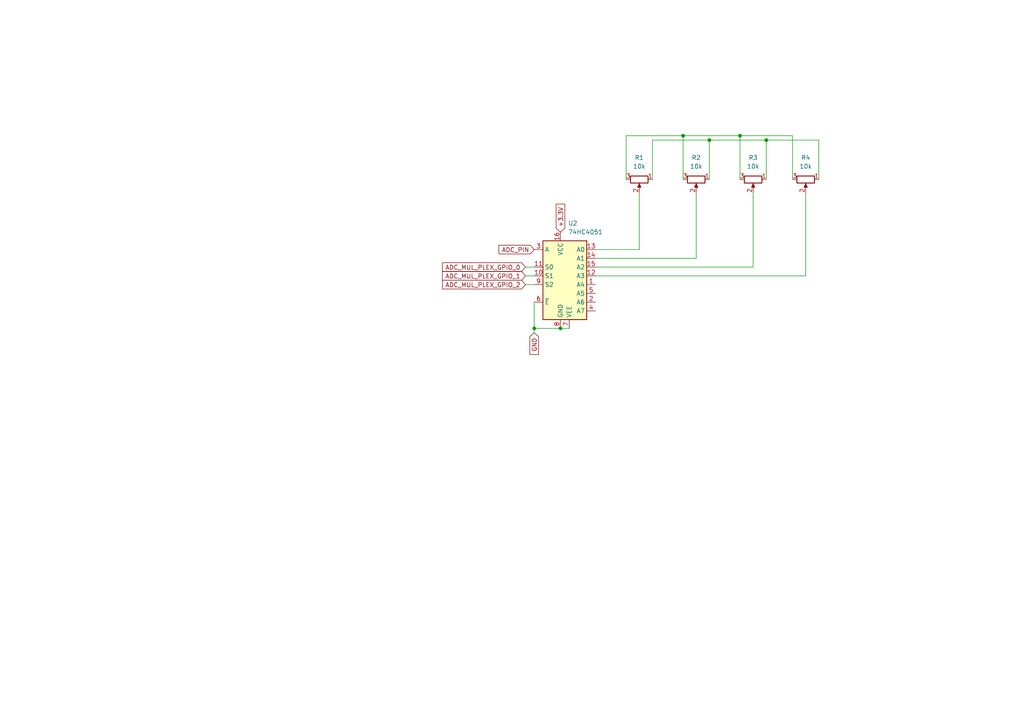
<source format=kicad_sch>
(kicad_sch
	(version 20231120)
	(generator "eeschema")
	(generator_version "8.0")
	(uuid "fd0a242b-722b-487f-875e-d4c45fa6d8ff")
	(paper "A4")
	(lib_symbols
		(symbol "74xx:74HC4051"
			(exclude_from_sim no)
			(in_bom yes)
			(on_board yes)
			(property "Reference" "U"
				(at -5.08 11.43 0)
				(effects
					(font
						(size 1.27 1.27)
					)
				)
			)
			(property "Value" "74HC4051"
				(at -7.62 -13.97 0)
				(effects
					(font
						(size 1.27 1.27)
					)
				)
			)
			(property "Footprint" ""
				(at 0 -10.16 0)
				(effects
					(font
						(size 1.27 1.27)
					)
					(hide yes)
				)
			)
			(property "Datasheet" "http://www.ti.com/lit/ds/symlink/cd74hc4051.pdf"
				(at 0 -10.16 0)
				(effects
					(font
						(size 1.27 1.27)
					)
					(hide yes)
				)
			)
			(property "Description" "8-channel analog multiplexer/demultiplexer, DIP-16/SOIC-16/TSSOP-16"
				(at 0 0 0)
				(effects
					(font
						(size 1.27 1.27)
					)
					(hide yes)
				)
			)
			(property "ki_keywords" "HCMOS Multiplexer Demultiplexer Analog"
				(at 0 0 0)
				(effects
					(font
						(size 1.27 1.27)
					)
					(hide yes)
				)
			)
			(property "ki_fp_filters" "DIP*W7.62mm* SOIC*3.9x9.9mm*P1.27mm* SOIC*5.3x10.2mm*P1.27mm* TSSOP*4.4x5mm*P0.65mm*"
				(at 0 0 0)
				(effects
					(font
						(size 1.27 1.27)
					)
					(hide yes)
				)
			)
			(symbol "74HC4051_0_1"
				(rectangle
					(start -5.08 10.16)
					(end 7.62 -12.7)
					(stroke
						(width 0.254)
						(type default)
					)
					(fill
						(type background)
					)
				)
			)
			(symbol "74HC4051_1_1"
				(pin passive line
					(at 10.16 -2.54 180)
					(length 2.54)
					(name "A4"
						(effects
							(font
								(size 1.27 1.27)
							)
						)
					)
					(number "1"
						(effects
							(font
								(size 1.27 1.27)
							)
						)
					)
				)
				(pin input line
					(at -7.62 0 0)
					(length 2.54)
					(name "S1"
						(effects
							(font
								(size 1.27 1.27)
							)
						)
					)
					(number "10"
						(effects
							(font
								(size 1.27 1.27)
							)
						)
					)
				)
				(pin input line
					(at -7.62 2.54 0)
					(length 2.54)
					(name "S0"
						(effects
							(font
								(size 1.27 1.27)
							)
						)
					)
					(number "11"
						(effects
							(font
								(size 1.27 1.27)
							)
						)
					)
				)
				(pin passive line
					(at 10.16 0 180)
					(length 2.54)
					(name "A3"
						(effects
							(font
								(size 1.27 1.27)
							)
						)
					)
					(number "12"
						(effects
							(font
								(size 1.27 1.27)
							)
						)
					)
				)
				(pin passive line
					(at 10.16 7.62 180)
					(length 2.54)
					(name "A0"
						(effects
							(font
								(size 1.27 1.27)
							)
						)
					)
					(number "13"
						(effects
							(font
								(size 1.27 1.27)
							)
						)
					)
				)
				(pin passive line
					(at 10.16 5.08 180)
					(length 2.54)
					(name "A1"
						(effects
							(font
								(size 1.27 1.27)
							)
						)
					)
					(number "14"
						(effects
							(font
								(size 1.27 1.27)
							)
						)
					)
				)
				(pin passive line
					(at 10.16 2.54 180)
					(length 2.54)
					(name "A2"
						(effects
							(font
								(size 1.27 1.27)
							)
						)
					)
					(number "15"
						(effects
							(font
								(size 1.27 1.27)
							)
						)
					)
				)
				(pin power_in line
					(at 0 12.7 270)
					(length 2.54)
					(name "VCC"
						(effects
							(font
								(size 1.27 1.27)
							)
						)
					)
					(number "16"
						(effects
							(font
								(size 1.27 1.27)
							)
						)
					)
				)
				(pin passive line
					(at 10.16 -7.62 180)
					(length 2.54)
					(name "A6"
						(effects
							(font
								(size 1.27 1.27)
							)
						)
					)
					(number "2"
						(effects
							(font
								(size 1.27 1.27)
							)
						)
					)
				)
				(pin passive line
					(at -7.62 7.62 0)
					(length 2.54)
					(name "A"
						(effects
							(font
								(size 1.27 1.27)
							)
						)
					)
					(number "3"
						(effects
							(font
								(size 1.27 1.27)
							)
						)
					)
				)
				(pin passive line
					(at 10.16 -10.16 180)
					(length 2.54)
					(name "A7"
						(effects
							(font
								(size 1.27 1.27)
							)
						)
					)
					(number "4"
						(effects
							(font
								(size 1.27 1.27)
							)
						)
					)
				)
				(pin passive line
					(at 10.16 -5.08 180)
					(length 2.54)
					(name "A5"
						(effects
							(font
								(size 1.27 1.27)
							)
						)
					)
					(number "5"
						(effects
							(font
								(size 1.27 1.27)
							)
						)
					)
				)
				(pin input line
					(at -7.62 -7.62 0)
					(length 2.54)
					(name "~{E}"
						(effects
							(font
								(size 1.27 1.27)
							)
						)
					)
					(number "6"
						(effects
							(font
								(size 1.27 1.27)
							)
						)
					)
				)
				(pin power_in line
					(at 2.54 -15.24 90)
					(length 2.54)
					(name "VEE"
						(effects
							(font
								(size 1.27 1.27)
							)
						)
					)
					(number "7"
						(effects
							(font
								(size 1.27 1.27)
							)
						)
					)
				)
				(pin power_in line
					(at 0 -15.24 90)
					(length 2.54)
					(name "GND"
						(effects
							(font
								(size 1.27 1.27)
							)
						)
					)
					(number "8"
						(effects
							(font
								(size 1.27 1.27)
							)
						)
					)
				)
				(pin input line
					(at -7.62 -2.54 0)
					(length 2.54)
					(name "S2"
						(effects
							(font
								(size 1.27 1.27)
							)
						)
					)
					(number "9"
						(effects
							(font
								(size 1.27 1.27)
							)
						)
					)
				)
			)
		)
		(symbol "Device:R_Potentiometer"
			(pin_names
				(offset 1.016) hide)
			(exclude_from_sim no)
			(in_bom yes)
			(on_board yes)
			(property "Reference" "RV"
				(at -4.445 0 90)
				(effects
					(font
						(size 1.27 1.27)
					)
				)
			)
			(property "Value" "R_Potentiometer"
				(at -2.54 0 90)
				(effects
					(font
						(size 1.27 1.27)
					)
				)
			)
			(property "Footprint" ""
				(at 0 0 0)
				(effects
					(font
						(size 1.27 1.27)
					)
					(hide yes)
				)
			)
			(property "Datasheet" "~"
				(at 0 0 0)
				(effects
					(font
						(size 1.27 1.27)
					)
					(hide yes)
				)
			)
			(property "Description" "Potentiometer"
				(at 0 0 0)
				(effects
					(font
						(size 1.27 1.27)
					)
					(hide yes)
				)
			)
			(property "ki_keywords" "resistor variable"
				(at 0 0 0)
				(effects
					(font
						(size 1.27 1.27)
					)
					(hide yes)
				)
			)
			(property "ki_fp_filters" "Potentiometer*"
				(at 0 0 0)
				(effects
					(font
						(size 1.27 1.27)
					)
					(hide yes)
				)
			)
			(symbol "R_Potentiometer_0_1"
				(polyline
					(pts
						(xy 2.54 0) (xy 1.524 0)
					)
					(stroke
						(width 0)
						(type default)
					)
					(fill
						(type none)
					)
				)
				(polyline
					(pts
						(xy 1.143 0) (xy 2.286 0.508) (xy 2.286 -0.508) (xy 1.143 0)
					)
					(stroke
						(width 0)
						(type default)
					)
					(fill
						(type outline)
					)
				)
				(rectangle
					(start 1.016 2.54)
					(end -1.016 -2.54)
					(stroke
						(width 0.254)
						(type default)
					)
					(fill
						(type none)
					)
				)
			)
			(symbol "R_Potentiometer_1_1"
				(pin passive line
					(at 0 3.81 270)
					(length 1.27)
					(name "1"
						(effects
							(font
								(size 1.27 1.27)
							)
						)
					)
					(number "1"
						(effects
							(font
								(size 1.27 1.27)
							)
						)
					)
				)
				(pin passive line
					(at 3.81 0 180)
					(length 1.27)
					(name "2"
						(effects
							(font
								(size 1.27 1.27)
							)
						)
					)
					(number "2"
						(effects
							(font
								(size 1.27 1.27)
							)
						)
					)
				)
				(pin passive line
					(at 0 -3.81 90)
					(length 1.27)
					(name "3"
						(effects
							(font
								(size 1.27 1.27)
							)
						)
					)
					(number "3"
						(effects
							(font
								(size 1.27 1.27)
							)
						)
					)
				)
			)
		)
	)
	(junction
		(at 205.74 40.64)
		(diameter 0)
		(color 0 0 0 0)
		(uuid "1436875f-cc6d-4218-81cb-2d33d9816069")
	)
	(junction
		(at 222.25 40.64)
		(diameter 0)
		(color 0 0 0 0)
		(uuid "191f633a-7fae-4e91-9a4b-a062b9a04987")
	)
	(junction
		(at 214.63 39.37)
		(diameter 0)
		(color 0 0 0 0)
		(uuid "45c1b00b-aeab-431e-a806-465a2dacd38a")
	)
	(junction
		(at 154.94 95.25)
		(diameter 0)
		(color 0 0 0 0)
		(uuid "8dfb1d29-9c5e-4f1c-8aed-148385bc7ba8")
	)
	(junction
		(at 162.56 95.25)
		(diameter 0)
		(color 0 0 0 0)
		(uuid "b10a50ac-9a7b-4157-8101-c21322ace061")
	)
	(junction
		(at 198.12 39.37)
		(diameter 0)
		(color 0 0 0 0)
		(uuid "c64c77dd-a54f-4acf-b4ad-40481ded18ca")
	)
	(wire
		(pts
			(xy 222.25 52.07) (xy 222.25 40.64)
		)
		(stroke
			(width 0)
			(type default)
		)
		(uuid "118f0077-2fae-429d-8bb7-8f58d4111f78")
	)
	(wire
		(pts
			(xy 205.74 52.07) (xy 205.74 40.64)
		)
		(stroke
			(width 0)
			(type default)
		)
		(uuid "18305c8d-3d9c-4932-929d-49744b924fc2")
	)
	(wire
		(pts
			(xy 152.4 82.55) (xy 154.94 82.55)
		)
		(stroke
			(width 0)
			(type default)
		)
		(uuid "2fc6f86b-411a-44e6-ad1e-9c8d1988f3c8")
	)
	(wire
		(pts
			(xy 237.49 40.64) (xy 237.49 52.07)
		)
		(stroke
			(width 0)
			(type default)
		)
		(uuid "33eb701e-500f-4784-b21d-0f6dc469aa78")
	)
	(wire
		(pts
			(xy 205.74 40.64) (xy 222.25 40.64)
		)
		(stroke
			(width 0)
			(type default)
		)
		(uuid "4174b613-a317-461d-9d78-70ea61373a3d")
	)
	(wire
		(pts
			(xy 172.72 80.01) (xy 233.68 80.01)
		)
		(stroke
			(width 0)
			(type default)
		)
		(uuid "65b5978c-e4f8-48fc-8509-511acfd84b24")
	)
	(wire
		(pts
			(xy 189.23 52.07) (xy 189.23 40.64)
		)
		(stroke
			(width 0)
			(type default)
		)
		(uuid "674db7ab-3395-4cde-a515-be4b8a92ab69")
	)
	(wire
		(pts
			(xy 214.63 39.37) (xy 229.87 39.37)
		)
		(stroke
			(width 0)
			(type default)
		)
		(uuid "6ba4e1b2-d5c9-4e14-831f-c9771d1332d5")
	)
	(wire
		(pts
			(xy 198.12 39.37) (xy 214.63 39.37)
		)
		(stroke
			(width 0)
			(type default)
		)
		(uuid "6cb788d1-7141-4eaf-866b-b46cff15853f")
	)
	(wire
		(pts
			(xy 154.94 95.25) (xy 162.56 95.25)
		)
		(stroke
			(width 0)
			(type default)
		)
		(uuid "6f08d3ae-c118-4c93-9a23-63b9c6b4b308")
	)
	(wire
		(pts
			(xy 198.12 39.37) (xy 198.12 52.07)
		)
		(stroke
			(width 0)
			(type default)
		)
		(uuid "751832dd-f447-4f0c-944b-528a129d7b20")
	)
	(wire
		(pts
			(xy 152.4 77.47) (xy 154.94 77.47)
		)
		(stroke
			(width 0)
			(type default)
		)
		(uuid "776f3a11-8b07-4ee5-beee-e2dc3cc3750c")
	)
	(wire
		(pts
			(xy 214.63 39.37) (xy 214.63 52.07)
		)
		(stroke
			(width 0)
			(type default)
		)
		(uuid "7aacecd7-c619-4d6f-a62b-623b28eb11ea")
	)
	(wire
		(pts
			(xy 172.72 77.47) (xy 218.44 77.47)
		)
		(stroke
			(width 0)
			(type default)
		)
		(uuid "8c35b6f8-21de-4afc-891b-4d150cef2ced")
	)
	(wire
		(pts
			(xy 162.56 95.25) (xy 165.1 95.25)
		)
		(stroke
			(width 0)
			(type default)
		)
		(uuid "8c9d7830-4d75-41da-b741-4b7c21327f24")
	)
	(wire
		(pts
			(xy 181.61 52.07) (xy 181.61 39.37)
		)
		(stroke
			(width 0)
			(type default)
		)
		(uuid "8dde3478-a870-413d-a419-914783765cd6")
	)
	(wire
		(pts
			(xy 172.72 74.93) (xy 201.93 74.93)
		)
		(stroke
			(width 0)
			(type default)
		)
		(uuid "966181c0-9fd3-45d4-b47a-d7f40eb54a5b")
	)
	(wire
		(pts
			(xy 218.44 77.47) (xy 218.44 55.88)
		)
		(stroke
			(width 0)
			(type default)
		)
		(uuid "a5b792de-a254-4b34-a701-2769c99ca8ef")
	)
	(wire
		(pts
			(xy 185.42 72.39) (xy 172.72 72.39)
		)
		(stroke
			(width 0)
			(type default)
		)
		(uuid "b1143579-968b-43f1-9cba-5f57c20ca438")
	)
	(wire
		(pts
			(xy 189.23 40.64) (xy 205.74 40.64)
		)
		(stroke
			(width 0)
			(type default)
		)
		(uuid "b9251daa-8e17-4ac5-8004-99c29e1896e9")
	)
	(wire
		(pts
			(xy 154.94 96.52) (xy 154.94 95.25)
		)
		(stroke
			(width 0)
			(type default)
		)
		(uuid "c178c275-fe43-4f6f-ae3f-91d573235dca")
	)
	(wire
		(pts
			(xy 201.93 74.93) (xy 201.93 55.88)
		)
		(stroke
			(width 0)
			(type default)
		)
		(uuid "c18c5b02-dbfe-48e9-b621-e4afd130362b")
	)
	(wire
		(pts
			(xy 185.42 55.88) (xy 185.42 72.39)
		)
		(stroke
			(width 0)
			(type default)
		)
		(uuid "c2aba84f-0165-45bb-a752-dbbb61f65815")
	)
	(wire
		(pts
			(xy 181.61 39.37) (xy 198.12 39.37)
		)
		(stroke
			(width 0)
			(type default)
		)
		(uuid "c3337369-95f6-4ec9-8ccb-651d0c25ec6f")
	)
	(wire
		(pts
			(xy 154.94 87.63) (xy 154.94 95.25)
		)
		(stroke
			(width 0)
			(type default)
		)
		(uuid "c5c96f6a-4e94-48a8-a244-3deb9800b9aa")
	)
	(wire
		(pts
			(xy 233.68 80.01) (xy 233.68 55.88)
		)
		(stroke
			(width 0)
			(type default)
		)
		(uuid "c5ed53ca-98ea-46f5-8a25-0f0791712cdc")
	)
	(wire
		(pts
			(xy 229.87 39.37) (xy 229.87 52.07)
		)
		(stroke
			(width 0)
			(type default)
		)
		(uuid "d0c99717-a9c8-4160-b2b1-43852d149822")
	)
	(wire
		(pts
			(xy 152.4 80.01) (xy 154.94 80.01)
		)
		(stroke
			(width 0)
			(type default)
		)
		(uuid "f86135b6-f540-41e8-829c-e2fabb28328b")
	)
	(wire
		(pts
			(xy 222.25 40.64) (xy 237.49 40.64)
		)
		(stroke
			(width 0)
			(type default)
		)
		(uuid "fe29b84d-72c7-4f16-ac99-c36089f432cb")
	)
	(global_label "ADC_MUL_PLEX_GPIO_2"
		(shape input)
		(at 152.4 82.55 180)
		(fields_autoplaced yes)
		(effects
			(font
				(size 1.27 1.27)
			)
			(justify right)
		)
		(uuid "4427c88e-e828-48aa-a600-00ce320ea06e")
		(property "Intersheetrefs" "${INTERSHEET_REFS}"
			(at 127.7644 82.55 0)
			(effects
				(font
					(size 1.27 1.27)
				)
				(justify right)
				(hide yes)
			)
		)
	)
	(global_label "+3.3V"
		(shape input)
		(at 162.56 67.31 90)
		(fields_autoplaced yes)
		(effects
			(font
				(size 1.27 1.27)
			)
			(justify left)
		)
		(uuid "8efb3bb4-dd12-4961-a9ea-0fda7bb565ed")
		(property "Intersheetrefs" "${INTERSHEET_REFS}"
			(at 162.56 58.64 90)
			(effects
				(font
					(size 1.27 1.27)
				)
				(justify left)
				(hide yes)
			)
		)
	)
	(global_label "ADC_MUL_PLEX_GPIO_0"
		(shape input)
		(at 152.4 77.47 180)
		(fields_autoplaced yes)
		(effects
			(font
				(size 1.27 1.27)
			)
			(justify right)
		)
		(uuid "b3390242-848e-4e2d-b069-8fc90f2a9a16")
		(property "Intersheetrefs" "${INTERSHEET_REFS}"
			(at 127.7644 77.47 0)
			(effects
				(font
					(size 1.27 1.27)
				)
				(justify right)
				(hide yes)
			)
		)
	)
	(global_label "GND"
		(shape input)
		(at 154.94 96.52 270)
		(fields_autoplaced yes)
		(effects
			(font
				(size 1.27 1.27)
			)
			(justify right)
		)
		(uuid "d071e357-48a1-4643-9eb4-8461ba0a3401")
		(property "Intersheetrefs" "${INTERSHEET_REFS}"
			(at 154.94 103.3757 90)
			(effects
				(font
					(size 1.27 1.27)
				)
				(justify right)
				(hide yes)
			)
		)
	)
	(global_label "ADC_MUL_PLEX_GPIO_1"
		(shape input)
		(at 152.4 80.01 180)
		(fields_autoplaced yes)
		(effects
			(font
				(size 1.27 1.27)
			)
			(justify right)
		)
		(uuid "ea2c4304-4215-4892-b4c7-a296a16a92f6")
		(property "Intersheetrefs" "${INTERSHEET_REFS}"
			(at 127.7644 80.01 0)
			(effects
				(font
					(size 1.27 1.27)
				)
				(justify right)
				(hide yes)
			)
		)
	)
	(global_label "ADC_PIN"
		(shape input)
		(at 154.94 72.39 180)
		(fields_autoplaced yes)
		(effects
			(font
				(size 1.27 1.27)
			)
			(justify right)
		)
		(uuid "eef2e541-23be-475a-97a3-4608e7b3e5b2")
		(property "Intersheetrefs" "${INTERSHEET_REFS}"
			(at 144.1533 72.39 0)
			(effects
				(font
					(size 1.27 1.27)
				)
				(justify right)
				(hide yes)
			)
		)
	)
	(symbol
		(lib_id "Device:R_Potentiometer")
		(at 233.68 52.07 270)
		(unit 1)
		(exclude_from_sim no)
		(in_bom yes)
		(on_board yes)
		(dnp no)
		(fields_autoplaced yes)
		(uuid "50ddc4c3-2bb1-402f-8193-715f33194f52")
		(property "Reference" "R4"
			(at 233.68 45.72 90)
			(effects
				(font
					(size 1.27 1.27)
				)
			)
		)
		(property "Value" "10k"
			(at 233.68 48.26 90)
			(effects
				(font
					(size 1.27 1.27)
				)
			)
		)
		(property "Footprint" "Potentiometer:Linear_Potentiometer"
			(at 233.68 52.07 0)
			(effects
				(font
					(size 1.27 1.27)
				)
				(hide yes)
			)
		)
		(property "Datasheet" "~"
			(at 233.68 52.07 0)
			(effects
				(font
					(size 1.27 1.27)
				)
				(hide yes)
			)
		)
		(property "Description" "Potentiometer"
			(at 233.68 52.07 0)
			(effects
				(font
					(size 1.27 1.27)
				)
				(hide yes)
			)
		)
		(pin "3"
			(uuid "ebb7f040-9ee4-4e4e-8716-36a6396b552f")
		)
		(pin "1"
			(uuid "c9a30662-b887-4fb7-8f98-09fb34c5b74d")
		)
		(pin "2"
			(uuid "35d9d3f1-65d3-4586-86c4-77e99716be91")
		)
		(instances
			(project "main_pcb"
				(path "/b764235d-842d-41df-960a-a32e4258c2ec/f23f292d-bce7-4f3d-8f4f-e415aa1ad861"
					(reference "R4")
					(unit 1)
				)
			)
		)
	)
	(symbol
		(lib_id "74xx:74HC4051")
		(at 162.56 80.01 0)
		(unit 1)
		(exclude_from_sim no)
		(in_bom yes)
		(on_board yes)
		(dnp no)
		(fields_autoplaced yes)
		(uuid "68911313-f99b-4142-824e-88fc133b60f9")
		(property "Reference" "U2"
			(at 164.7541 64.77 0)
			(effects
				(font
					(size 1.27 1.27)
				)
				(justify left)
			)
		)
		(property "Value" "74HC4051"
			(at 164.7541 67.31 0)
			(effects
				(font
					(size 1.27 1.27)
				)
				(justify left)
			)
		)
		(property "Footprint" "Package_DIP:SMDIP-16_W9.53mm"
			(at 162.56 90.17 0)
			(effects
				(font
					(size 1.27 1.27)
				)
				(hide yes)
			)
		)
		(property "Datasheet" "http://www.ti.com/lit/ds/symlink/cd74hc4051.pdf"
			(at 162.56 90.17 0)
			(effects
				(font
					(size 1.27 1.27)
				)
				(hide yes)
			)
		)
		(property "Description" "8-channel analog multiplexer/demultiplexer, DIP-16/SOIC-16/TSSOP-16"
			(at 162.56 80.01 0)
			(effects
				(font
					(size 1.27 1.27)
				)
				(hide yes)
			)
		)
		(pin "10"
			(uuid "a844255a-ca2e-4159-a1ab-3766d32d117a")
		)
		(pin "1"
			(uuid "bb859bd6-d8c9-47ef-86e8-055659402c2e")
		)
		(pin "5"
			(uuid "d72eba99-4864-416a-85f0-f4804204ff45")
		)
		(pin "14"
			(uuid "89ee964a-3d0c-4357-a52a-d4bafb383367")
		)
		(pin "13"
			(uuid "61e796bf-b3f3-44b9-97ce-9d497795d200")
		)
		(pin "15"
			(uuid "1ec1f6f2-ce44-4cfc-ab2f-7f5dc174bc03")
		)
		(pin "16"
			(uuid "20375a12-4565-4b67-85e6-9ad4b44a4cd9")
		)
		(pin "9"
			(uuid "429a87c3-bf26-49a2-a237-c881c232b93a")
		)
		(pin "11"
			(uuid "a8b2939b-9504-440b-bd92-5ad8b7e6a0de")
		)
		(pin "4"
			(uuid "5d904e0c-8af5-4219-8c97-770218830c3f")
		)
		(pin "2"
			(uuid "25e2d9fd-6dcc-48d6-b36d-f712dd080c40")
		)
		(pin "8"
			(uuid "f3802fbb-8610-4544-9f13-c77113418154")
		)
		(pin "7"
			(uuid "790280d1-3dcb-4078-9f4c-166b7834db3c")
		)
		(pin "12"
			(uuid "f23c2819-66ac-474d-89a2-83d1ae69a8ed")
		)
		(pin "3"
			(uuid "cac1ba8d-d94d-4783-9a25-727c66436d73")
		)
		(pin "6"
			(uuid "ecbc5187-979a-468d-b98f-f3da8ffc0247")
		)
		(instances
			(project "main_pcb"
				(path "/b764235d-842d-41df-960a-a32e4258c2ec/f23f292d-bce7-4f3d-8f4f-e415aa1ad861"
					(reference "U2")
					(unit 1)
				)
			)
		)
	)
	(symbol
		(lib_id "Device:R_Potentiometer")
		(at 185.42 52.07 270)
		(unit 1)
		(exclude_from_sim no)
		(in_bom yes)
		(on_board yes)
		(dnp no)
		(fields_autoplaced yes)
		(uuid "6d413776-3103-4019-8aac-3a74173f3d8c")
		(property "Reference" "R1"
			(at 185.42 45.72 90)
			(effects
				(font
					(size 1.27 1.27)
				)
			)
		)
		(property "Value" "10k"
			(at 185.42 48.26 90)
			(effects
				(font
					(size 1.27 1.27)
				)
			)
		)
		(property "Footprint" "Potentiometer:Linear_Potentiometer"
			(at 185.42 52.07 0)
			(effects
				(font
					(size 1.27 1.27)
				)
				(hide yes)
			)
		)
		(property "Datasheet" "~"
			(at 185.42 52.07 0)
			(effects
				(font
					(size 1.27 1.27)
				)
				(hide yes)
			)
		)
		(property "Description" "Potentiometer"
			(at 185.42 52.07 0)
			(effects
				(font
					(size 1.27 1.27)
				)
				(hide yes)
			)
		)
		(pin "3"
			(uuid "c28ca3af-b56d-40c4-b7d1-e05a98a3a85d")
		)
		(pin "1"
			(uuid "f9144fa5-4106-4193-93a7-3d5a68413b87")
		)
		(pin "2"
			(uuid "63714d4b-6361-4c49-88be-22643f4bbd1c")
		)
		(instances
			(project "main_pcb"
				(path "/b764235d-842d-41df-960a-a32e4258c2ec/f23f292d-bce7-4f3d-8f4f-e415aa1ad861"
					(reference "R1")
					(unit 1)
				)
			)
		)
	)
	(symbol
		(lib_id "Device:R_Potentiometer")
		(at 201.93 52.07 270)
		(unit 1)
		(exclude_from_sim no)
		(in_bom yes)
		(on_board yes)
		(dnp no)
		(fields_autoplaced yes)
		(uuid "7f35ed17-d8b4-4cb9-839f-6b43a2df5022")
		(property "Reference" "R2"
			(at 201.93 45.72 90)
			(effects
				(font
					(size 1.27 1.27)
				)
			)
		)
		(property "Value" "10k"
			(at 201.93 48.26 90)
			(effects
				(font
					(size 1.27 1.27)
				)
			)
		)
		(property "Footprint" "Potentiometer:Linear_Potentiometer"
			(at 201.93 52.07 0)
			(effects
				(font
					(size 1.27 1.27)
				)
				(hide yes)
			)
		)
		(property "Datasheet" "~"
			(at 201.93 52.07 0)
			(effects
				(font
					(size 1.27 1.27)
				)
				(hide yes)
			)
		)
		(property "Description" "Potentiometer"
			(at 201.93 52.07 0)
			(effects
				(font
					(size 1.27 1.27)
				)
				(hide yes)
			)
		)
		(pin "3"
			(uuid "78126596-b265-4b18-a8fa-068ce5cf6394")
		)
		(pin "1"
			(uuid "b4205702-e1d0-42a7-b7e2-d18b6737388b")
		)
		(pin "2"
			(uuid "6a0587b9-5a2e-4b6d-b092-438013c70812")
		)
		(instances
			(project "main_pcb"
				(path "/b764235d-842d-41df-960a-a32e4258c2ec/f23f292d-bce7-4f3d-8f4f-e415aa1ad861"
					(reference "R2")
					(unit 1)
				)
			)
		)
	)
	(symbol
		(lib_id "Device:R_Potentiometer")
		(at 218.44 52.07 270)
		(unit 1)
		(exclude_from_sim no)
		(in_bom yes)
		(on_board yes)
		(dnp no)
		(fields_autoplaced yes)
		(uuid "ef2072aa-b91f-4da7-a527-bcb63a35e87a")
		(property "Reference" "R3"
			(at 218.44 45.72 90)
			(effects
				(font
					(size 1.27 1.27)
				)
			)
		)
		(property "Value" "10k"
			(at 218.44 48.26 90)
			(effects
				(font
					(size 1.27 1.27)
				)
			)
		)
		(property "Footprint" "Potentiometer:Linear_Potentiometer"
			(at 218.44 52.07 0)
			(effects
				(font
					(size 1.27 1.27)
				)
				(hide yes)
			)
		)
		(property "Datasheet" "~"
			(at 218.44 52.07 0)
			(effects
				(font
					(size 1.27 1.27)
				)
				(hide yes)
			)
		)
		(property "Description" "Potentiometer"
			(at 218.44 52.07 0)
			(effects
				(font
					(size 1.27 1.27)
				)
				(hide yes)
			)
		)
		(pin "3"
			(uuid "3b9e39a2-d6af-44b9-bf76-7a9f47b83979")
		)
		(pin "1"
			(uuid "6d6f913a-19d0-4c4c-83a5-b9fc1ccf5e74")
		)
		(pin "2"
			(uuid "40a3c082-e158-45f5-871a-b060030f7a3c")
		)
		(instances
			(project "main_pcb"
				(path "/b764235d-842d-41df-960a-a32e4258c2ec/f23f292d-bce7-4f3d-8f4f-e415aa1ad861"
					(reference "R3")
					(unit 1)
				)
			)
		)
	)
)

</source>
